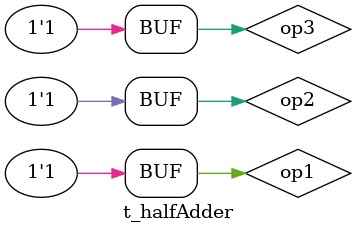
<source format=v>
/**
*	Test bench for combinational Half Adder
*	By: Omkar Prabhu 16CO233
*	13th October 2017
*/

`timescale 1ns/100ps

module t_halfAdder;

	// outputs 
	wire sum;
	wire carry;
	// inputs 
	reg op2;
	reg op1;
	reg op3;
	// Half Adder thread instantiated
	fullAdder inst (sum, carry, op1, op2, op3);
	
	// check for various input combinations
	initial begin
	
		$dumpfile("halfAdder.vcd");
		$dumpvars(0, t_halfAdder);
		
		op1 = 1'b0;
		op2 = 1'b0;
		op3 = 1'b0;
	
		#10
		op1 = 1'b0;
		op2 = 1'b0;
		op3 = 1'b1;	
		
		#10
		op1 = 1'b0;
		op2 = 1'b1;
		op3 = 1'b0;
		
		#10
		op1 = 1'b0;
		op2 = 1'b1;
		op3 = 1'b1;
		
		op1 = 1'b1;
		op2 = 1'b0;
		op3 = 1'b0;
	
		#10
		op1 = 1'b1;
		op2 = 1'b0;
		op3 = 1'b1;	
		
		#10
		op1 = 1'b1;
		op2 = 1'b1;
		op3 = 1'b0;
		
		#10
		op1 = 1'b1;
		op2 = 1'b1;
		op3 = 1'b1;
		
		#10;
			
	end	
	
	
	// print result
	initial begin
		$monitor("%t: operand1: %b operand2: %b operand3: %b \n\t\t\t carry: %b sum: %b\n", $time, op1, op2, op3, carry, sum);	
	end
	
	
endmodule	

</source>
